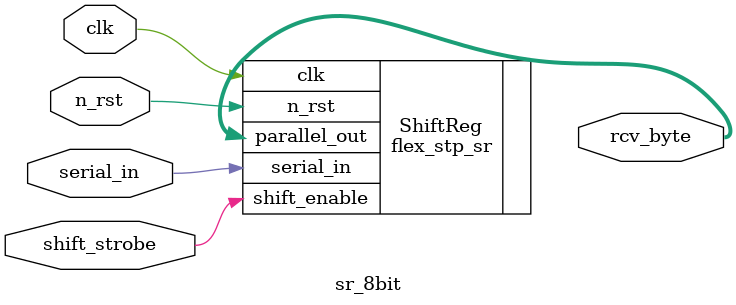
<source format=sv>

module sr_8bit (
    input logic clk, n_rst, shift_strobe, serial_in,
    output logic [7:0] rcv_byte
);

    flex_stp_sr #(.NUM_BITS(8), .SHIFT_MSB(0)) ShiftReg (
        .clk(clk), 
        .n_rst(n_rst), 
        .serial_in(serial_in), 
        .shift_enable(shift_strobe), 
        .parallel_out(rcv_byte)
    );

endmodule
</source>
